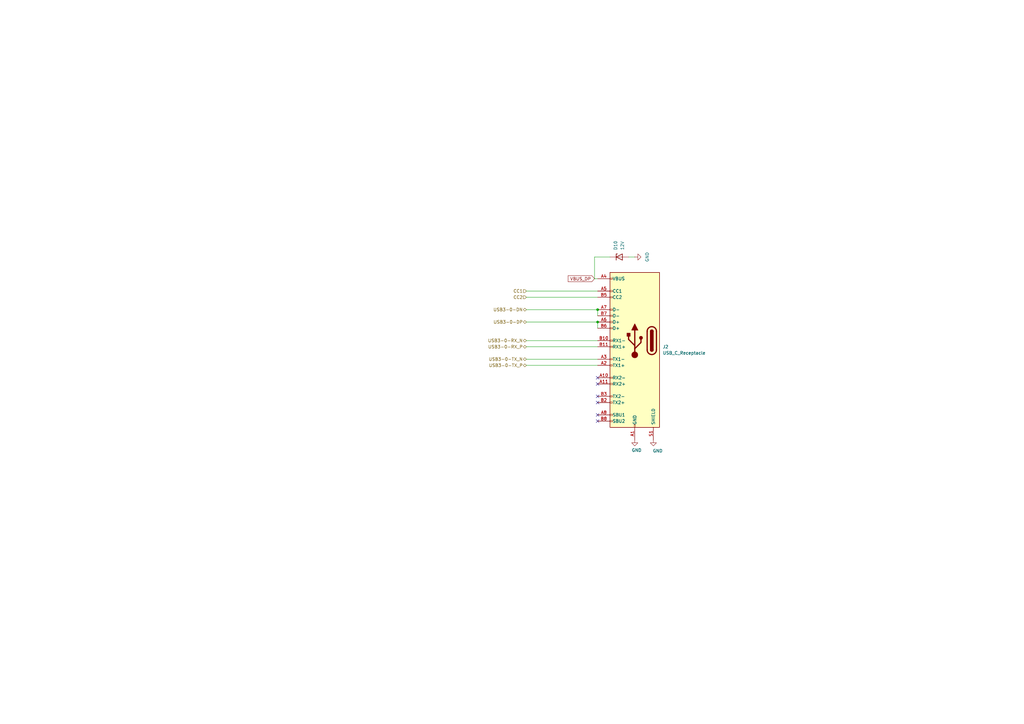
<source format=kicad_sch>
(kicad_sch (version 20250114) (generator "eeschema") (generator_version "9.0")
  (paper "A3")
  (lib_symbols
    (symbol "Connector:USB_C_Receptacle" (pin_names (offset 1.016))
      (property "Reference" "J" (at -10.16 29.21 0))
      (property "Value" "USB_C_Receptacle" (at 10.16 29.21 0))
      (symbol "USB_C_Receptacle_0_0"
        (rectangle (start -0.254 -35.56) (end 0.254 -34.544))
        (rectangle (start 10.16 25.654) (end 9.144 25.146))
        (rectangle (start 10.16 20.574) (end 9.144 20.066))
        (rectangle (start 10.16 18.034) (end 9.144 17.526))
        (rectangle (start 10.16 12.954) (end 9.144 12.446))
        (rectangle (start 10.16 10.414) (end 9.144 9.906))
        (rectangle (start 10.16 7.874) (end 9.144 7.366))
        (rectangle (start 10.16 5.334) (end 9.144 4.826))
        (rectangle (start 10.16 0.254) (end 9.144 -0.254))
        (rectangle (start 10.16 -2.286) (end 9.144 -2.794))
        (rectangle (start 10.16 -7.366) (end 9.144 -7.874))
        (rectangle (start 10.16 -9.906) (end 9.144 -10.414))
        (rectangle (start 10.16 -14.986) (end 9.144 -15.494))
        (rectangle (start 10.16 -17.526) (end 9.144 -18.034))
        (rectangle (start 10.16 -22.606) (end 9.144 -23.114))
        (rectangle (start 10.16 -25.146) (end 9.144 -25.654))
        (rectangle (start 10.16 -30.226) (end 9.144 -30.734))
        (rectangle (start 10.16 -32.766) (end 9.144 -33.274))
      )
      (symbol "USB_C_Receptacle_0_1"
        (rectangle (start -10.16 27.94) (end 10.16 -35.56) (stroke (width 0.254)) (fill (type background)))
        (polyline (pts (xy -8.89 -3.81) (xy -8.89 3.81)) (stroke (width 0.508)))
        (rectangle (start -7.62 -3.81) (end -6.35 3.81) (stroke (width 0.254)) (fill (type outline)))
        (arc (start -7.62 3.81) (mid -6.985 4.4423) (end -6.35 3.81) (stroke (width 0.254)))
        (arc (start -7.62 3.81) (mid -6.985 4.4423) (end -6.35 3.81) (stroke (width 0.254)) (fill (type outline)))
        (arc (start -8.89 3.81) (mid -6.985 5.7067) (end -5.08 3.81) (stroke (width 0.508)))
        (arc (start -5.08 -3.81) (mid -6.985 -5.7067) (end -8.89 -3.81) (stroke (width 0.508)))
        (arc (start -6.35 -3.81) (mid -6.985 -4.4423) (end -7.62 -3.81) (stroke (width 0.254)))
        (arc (start -6.35 -3.81) (mid -6.985 -4.4423) (end -7.62 -3.81) (stroke (width 0.254)) (fill (type outline)))
        (polyline (pts (xy -5.08 3.81) (xy -5.08 -3.81)) (stroke (width 0.508)))
      )
      (symbol "USB_C_Receptacle_1_1"
        (circle (center -2.54 1.143) (radius 0.635) (stroke (width 0.254)) (fill (type outline)))
        (polyline (pts (xy -1.27 4.318) (xy 0 6.858) (xy 1.27 4.318) (xy -1.27 4.318)) (stroke (width 0.254)) (fill (type outline)))
        (polyline (pts (xy 0 -2.032) (xy 2.54 0.508) (xy 2.54 1.778)) (stroke (width 0.508)))
        (polyline (pts (xy 0 -3.302) (xy -2.54 -0.762) (xy -2.54 0.508)) (stroke (width 0.508)))
        (polyline (pts (xy 0 -5.842) (xy 0 4.318)) (stroke (width 0.508)))
        (circle (center 0 -5.842) (radius 1.27) (fill (type outline)))
        (rectangle (start 1.905 1.778) (end 3.175 3.048) (stroke (width 0.254)) (fill (type outline)))
        (pin passive line (at -7.62 -40.64 90) (length 5.08) (name "SHIELD") (number "S1"))
        (pin passive line (at 0 -40.64 90) (length 5.08) (name "GND") (number "A1"))
        (pin passive line (at 0 -40.64 90) (length 5.08) (hide yes) (name "GND") (number "A12"))
        (pin passive line (at 0 -40.64 90) (length 5.08) (hide yes) (name "GND") (number "B1"))
        (pin passive line (at 0 -40.64 90) (length 5.08) (hide yes) (name "GND") (number "B12"))
        (pin passive line (at 15.24 25.4 180) (length 5.08) (name "VBUS") (number "A4"))
        (pin passive line (at 15.24 25.4 180) (length 5.08) (hide yes) (name "VBUS") (number "A9"))
        (pin passive line (at 15.24 25.4 180) (length 5.08) (hide yes) (name "VBUS") (number "B4"))
        (pin passive line (at 15.24 25.4 180) (length 5.08) (hide yes) (name "VBUS") (number "B9"))
        (pin bidirectional line (at 15.24 20.32 180) (length 5.08) (name "CC1") (number "A5"))
        (pin bidirectional line (at 15.24 17.78 180) (length 5.08) (name "CC2") (number "B5"))
        (pin bidirectional line (at 15.24 12.7 180) (length 5.08) (name "D-") (number "A7"))
        (pin bidirectional line (at 15.24 10.16 180) (length 5.08) (name "D-") (number "B7"))
        (pin bidirectional line (at 15.24 7.62 180) (length 5.08) (name "D+") (number "A6"))
        (pin bidirectional line (at 15.24 5.08 180) (length 5.08) (name "D+") (number "B6"))
        (pin bidirectional line (at 15.24 0 180) (length 5.08) (name "RX1-") (number "B10"))
        (pin bidirectional line (at 15.24 -2.54 180) (length 5.08) (name "RX1+") (number "B11"))
        (pin bidirectional line (at 15.24 -7.62 180) (length 5.08) (name "TX1-") (number "A3"))
        (pin bidirectional line (at 15.24 -10.16 180) (length 5.08) (name "TX1+") (number "A2"))
        (pin bidirectional line (at 15.24 -15.24 180) (length 5.08) (name "RX2-") (number "A10"))
        (pin bidirectional line (at 15.24 -17.78 180) (length 5.08) (name "RX2+") (number "A11"))
        (pin bidirectional line (at 15.24 -22.86 180) (length 5.08) (name "TX2-") (number "B3"))
        (pin bidirectional line (at 15.24 -25.4 180) (length 5.08) (name "TX2+") (number "B2"))
        (pin bidirectional line (at 15.24 -30.48 180) (length 5.08) (name "SBU1") (number "A8"))
        (pin bidirectional line (at 15.24 -33.02 180) (length 5.08) (name "SBU2") (number "B8"))
      )
    )
    (symbol "Diode:PTVS12VZ1USK" (pin_numbers (hide yes)) (pin_names (hide yes))
      (property "Reference" "D" (at 0 2.54 0))
      (property "Value" "PTVS12VZ1USK" (at 0 -2.54 0))
      (symbol "PTVS12VZ1USK_0_1"
        (polyline (pts (xy -1.27 -1.27) (xy -1.27 1.27) (xy -0.762 1.27)) (stroke (width 0.254)))
        (polyline (pts (xy 1.27 0) (xy -1.27 0)))
        (polyline (pts (xy 1.27 -1.27) (xy 1.27 1.27) (xy -1.27 0) (xy 1.27 -1.27)) (stroke (width 0.254)))
      )
      (symbol "PTVS12VZ1USK_1_1"
        (pin passive line (at -3.81 0 0) (length 2.54) (name "K") (number "1"))
        (pin passive line (at 3.81 0 180) (length 2.54) (name "A") (number "2"))
      )
    )
    (symbol "power:GND" (power) (pin_numbers (hide yes)) (pin_names (offset 0) (hide yes))
      (property "Value" "GND" (at 0 -3.81 0))
      (symbol "GND_0_1"
        (polyline (pts (xy 0 0) (xy 0 -1.27) (xy 1.27 -1.27) (xy 0 -2.54) (xy -1.27 -1.27) (xy 0 -1.27)))
      )
      (symbol "GND_1_1"
        (pin power_in line (at 0 0 270) (length 0) (name "~") (number "1"))
      )
    )
  )
  (junction (at 245.11 127))
  (junction (at 245.11 132.08))
  (no_connect (at 245.11 157.48))
  (no_connect (at 245.11 165.1))
  (no_connect (at 245.11 154.94))
  (no_connect (at 245.11 172.72))
  (no_connect (at 245.11 170.18))
  (no_connect (at 245.11 162.56))
  (wire (pts (xy 243.84 114.3) (xy 245.11 114.3)))
  (wire (pts (xy 243.84 105.41) (xy 243.84 114.3)))
  (wire (pts (xy 245.11 132.08) (xy 245.11 134.62)))
  (wire (pts (xy 245.11 127) (xy 245.11 129.54)))
  (wire (pts (xy 215.9 147.32) (xy 245.11 147.32)))
  (wire (pts (xy 260.35 105.41) (xy 257.81 105.41)))
  (wire (pts (xy 215.9 142.24) (xy 245.11 142.24)))
  (wire (pts (xy 215.9 119.38) (xy 245.11 119.38)))
  (wire (pts (xy 215.9 149.86) (xy 245.11 149.86)))
  (wire (pts (xy 215.9 132.08) (xy 245.11 132.08)))
  (wire (pts (xy 215.9 139.7) (xy 245.11 139.7)))
  (wire (pts (xy 215.9 127) (xy 245.11 127)))
  (wire (pts (xy 250.19 105.41) (xy 243.84 105.41)))
  (wire (pts (xy 215.9 121.92) (xy 245.11 121.92)))
  (global_label "VBUS_DP" (shape input) (at 243.84 114.3 180) (property "Intersheetrefs" "${INTERSHEET_REFS}" (effects (hide yes))))
  (hierarchical_label "CC2" (shape input) (at 215.9 121.92 180))
  (hierarchical_label "USB3-0-RX_P" (shape bidirectional) (at 215.9 142.24 180))
  (hierarchical_label "USB3-0-TX_N" (shape bidirectional) (at 215.9 147.32 180))
  (hierarchical_label "CC1" (shape input) (at 215.9 119.38 180))
  (hierarchical_label "USB3-0-RX_N" (shape bidirectional) (at 215.9 139.7 180))
  (hierarchical_label "USB3-0-DN" (shape bidirectional) (at 215.9 127 180))
  (hierarchical_label "USB3-0-TX_P" (shape bidirectional) (at 215.9 149.86 180))
  (hierarchical_label "USB3-0-DP" (shape bidirectional) (at 215.9 132.08 180))
  (symbol (lib_id "power:GND") (at 260.35 105.41 90) (unit 1)
    (property "Reference" "#PWR069" (effects (hide yes)))
    (property "Value" "GND" (at 265.43 105.41 0))
    (property "Description" "Power symbol creates a global label with name \"GND\" , ground" (effects (hide yes)))
  )
  (symbol (lib_id "power:GND") (at 260.35 180.34 0) (unit 1)
    (property "Reference" "#PWR067" (effects (hide yes)))
    (property "Value" "GND" (at 259.08 184.658 0) (effects (justify left)))
    (property "Description" "Power symbol creates a global label with name \"GND\" , ground" (effects (hide yes)))
  )
  (symbol (lib_id "Connector:USB_C_Receptacle") (at 260.35 139.7 0) (mirror y) (unit 1)
    (property "Reference" "J2" (at 271.78 142.2399 0) (effects (justify right)))
    (property "Value" "USB_C_Receptacle" (at 271.78 144.7799 0) (effects (justify right)))
    (property "Footprint" "Connector_USB:USB_C_Receptacle_Amphenol_12401610E4-2A" (effects (hide yes)))
    (property "Datasheet" "https://www.usb.org/sites/default/files/documents/usb_type-c.zip" (effects (hide yes)))
    (property "Description" "USB Full-Featured Type-C Receptacle connector" (effects (hide yes)))
  )
  (symbol (lib_id "power:GND") (at 267.97 180.34 0) (unit 1)
    (property "Reference" "#PWR068" (effects (hide yes)))
    (property "Value" "GND" (at 267.716 184.912 0) (effects (justify left)))
    (property "Description" "Power symbol creates a global label with name \"GND\" , ground" (effects (hide yes)))
  )
  (symbol (lib_id "Diode:PTVS12VZ1USK") (at 254 105.41 0) (unit 1)
    (property "Reference" "D10" (at 252.476 102.616 90) (effects (justify left)))
    (property "Value" "12V" (at 255.27 102.616 90) (effects (justify left)))
    (property "Footprint" "Diode_SMD:Nexperia_DSN1608-2_1.6x0.8mm" (effects (hide yes)))
    (property "Datasheet" "https://assets.nexperia.com/documents/data-sheet/PTVS12VZ1USK.pdf" (effects (hide yes)))
    (property "Description" "12V, 1900W TVS unidirectional diode, DSN1608-2" (effects (hide yes)))
  )
)
</source>
